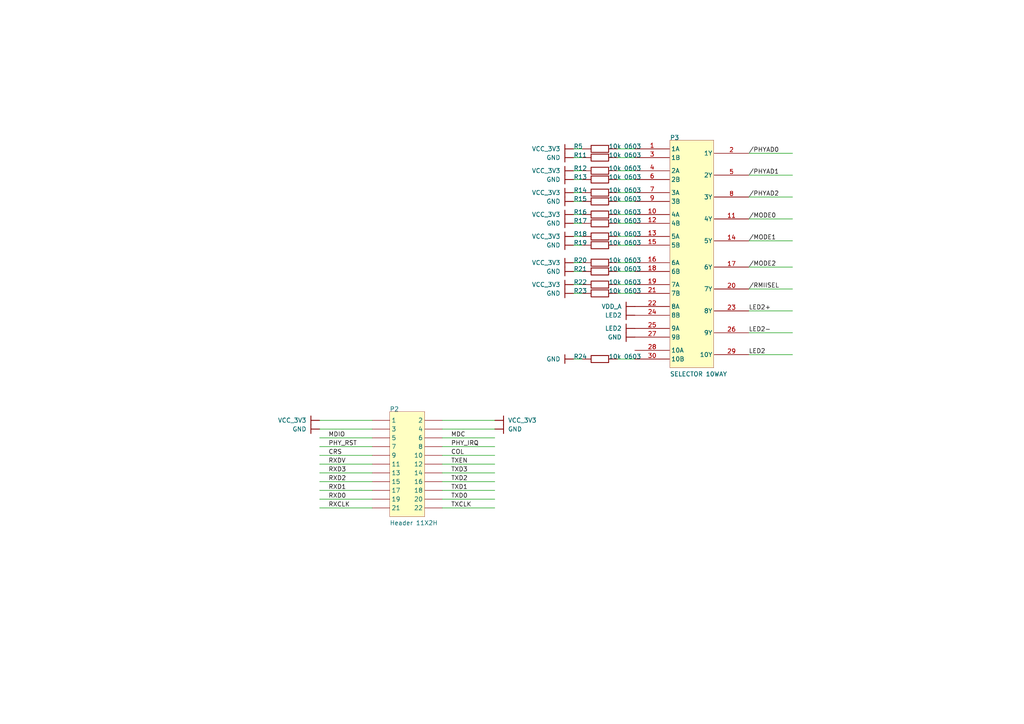
<source format=kicad_sch>
(kicad_sch (version 20231120) (generator "eeschema") (generator_version "8.0")
  (paper "A4")
  (lib_symbols
    (symbol "PHY_PCB-altium-import:GND_BAR" (power)
      (property "Reference" "#PWR" (at 0 0 0))
      (property "Value" "GND" (at 0 3.81 0))
      (symbol "GND_BAR_0_0"
        (polyline (pts (xy -1.27 -2.54) (xy 1.27 -2.54)) (stroke (width 0.254)))
        (polyline (pts (xy 0 0) (xy 0 -2.54)) (stroke (width 0.254)))
        (pin power_in line (at 0 0 0) (length 0) hide (name "GND") (number ""))
      )
    )
    (symbol "PHY_PCB-altium-import:LED2_BAR" (power)
      (property "Reference" "#PWR" (at 0 0 0))
      (property "Value" "LED2" (at 0 3.81 0))
      (symbol "LED2_BAR_0_0"
        (polyline (pts (xy -1.27 -2.54) (xy 1.27 -2.54)) (stroke (width 0.254)))
        (polyline (pts (xy 0 0) (xy 0 -2.54)) (stroke (width 0.254)))
        (pin power_in line (at 0 0 0) (length 0) hide (name "LED2") (number ""))
      )
    )
    (symbol "PHY_PCB-altium-import:VCC_3V3_BAR" (power)
      (property "Reference" "#PWR" (at 0 0 0))
      (property "Value" "VCC_3V3" (at 0 3.81 0))
      (symbol "VCC_3V3_BAR_0_0"
        (polyline (pts (xy -1.27 -2.54) (xy 1.27 -2.54)) (stroke (width 0.254)))
        (polyline (pts (xy 0 0) (xy 0 -2.54)) (stroke (width 0.254)))
        (pin power_in line (at 0 0 0) (length 0) hide (name "VCC_3V3") (number ""))
      )
    )
    (symbol "PHY_PCB-altium-import:VDD_A_BAR" (power)
      (property "Reference" "#PWR" (at 0 0 0))
      (property "Value" "VDD_A" (at 0 3.81 0))
      (symbol "VDD_A_BAR_0_0"
        (polyline (pts (xy -1.27 -2.54) (xy 1.27 -2.54)) (stroke (width 0.254)))
        (polyline (pts (xy 0 0) (xy 0 -2.54)) (stroke (width 0.254)))
        (pin power_in line (at 0 0 0) (length 0) hide (name "VDD_A") (number ""))
      )
    )
    (symbol "PHY_PCB-altium-import:root_0_Header 11X2H"
      (symbol "root_0_Header 11X2H_1_0"
        (rectangle (start 10.16 0) (end 0 -30.48) (stroke (width 0.0254) (color 128 0 0 1)) (fill (type background)))
        (pin passive line (at -5.08 -2.54 0) (length 5.08) (name "1") (number "1"))
        (pin passive line (at 15.24 -12.7 180) (length 5.08) (name "10") (number "10"))
        (pin passive line (at -5.08 -15.24 0) (length 5.08) (name "11") (number "11"))
        (pin passive line (at 15.24 -15.24 180) (length 5.08) (name "12") (number "12"))
        (pin passive line (at -5.08 -17.78 0) (length 5.08) (name "13") (number "13"))
        (pin passive line (at 15.24 -17.78 180) (length 5.08) (name "14") (number "14"))
        (pin passive line (at -5.08 -20.32 0) (length 5.08) (name "15") (number "15"))
        (pin passive line (at 15.24 -20.32 180) (length 5.08) (name "16") (number "16"))
        (pin passive line (at -5.08 -22.86 0) (length 5.08) (name "17") (number "17"))
        (pin passive line (at 15.24 -22.86 180) (length 5.08) (name "18") (number "18"))
        (pin passive line (at -5.08 -25.4 0) (length 5.08) (name "19") (number "19"))
        (pin passive line (at 15.24 -2.54 180) (length 5.08) (name "2") (number "2"))
        (pin passive line (at 15.24 -25.4 180) (length 5.08) (name "20") (number "20"))
        (pin passive line (at -5.08 -27.94 0) (length 5.08) (name "21") (number "21"))
        (pin passive line (at 15.24 -27.94 180) (length 5.08) (name "22") (number "22"))
        (pin passive line (at -5.08 -5.08 0) (length 5.08) (name "3") (number "3"))
        (pin passive line (at 15.24 -5.08 180) (length 5.08) (name "4") (number "4"))
        (pin passive line (at -5.08 -7.62 0) (length 5.08) (name "5") (number "5"))
        (pin passive line (at 15.24 -7.62 180) (length 5.08) (name "6") (number "6"))
        (pin passive line (at -5.08 -10.16 0) (length 5.08) (name "7") (number "7"))
        (pin passive line (at 15.24 -10.16 180) (length 5.08) (name "8") (number "8"))
        (pin passive line (at -5.08 -12.7 0) (length 5.08) (name "9") (number "9"))
      )
    )
    (symbol "PHY_PCB-altium-import:root_0_Res2"
      (symbol "root_0_Res2_1_0"
        (rectangle (start 5.08 -1.524) (end 0 -3.556) (stroke (width 0.254)))
        (pin passive line (at -2.54 -2.54 0) (length 2.54) (name "1") (number "1"))
        (pin passive line (at 7.62 -2.54 180) (length 2.54) (name "2") (number "2"))
      )
    )
    (symbol "PHY_PCB-altium-import:root_0_SELECTOR_10WAY"
      (symbol "root_0_SELECTOR_10WAY_1_0"
        (rectangle (start 6.35 33.02) (end -6.35 -33.02) (stroke (width 0.0254) (color 128 0 0 1)) (fill (type background)))
        (pin passive line (at -16.51 30.48 0) (length 10) (name "1A") (number "1"))
        (pin passive line (at -16.51 11.43 0) (length 10) (name "4A") (number "10"))
        (pin passive line (at 16.51 10.16 180) (length 10) (name "4Y") (number "11"))
        (pin passive line (at -16.51 8.89 0) (length 10) (name "4B") (number "12"))
        (pin passive line (at -16.51 5.08 0) (length 10) (name "5A") (number "13"))
        (pin passive line (at 16.51 3.81 180) (length 10) (name "5Y") (number "14"))
        (pin passive line (at -16.51 2.54 0) (length 10) (name "5B") (number "15"))
        (pin passive line (at -16.51 -2.54 0) (length 10) (name "6A") (number "16"))
        (pin passive line (at 16.51 -3.81 180) (length 10) (name "6Y") (number "17"))
        (pin passive line (at -16.51 -5.08 0) (length 10) (name "6B") (number "18"))
        (pin passive line (at -16.51 -8.89 0) (length 10) (name "7A") (number "19"))
        (pin passive line (at 16.51 29.21 180) (length 10) (name "1Y") (number "2"))
        (pin passive line (at 16.51 -10.16 180) (length 10) (name "7Y") (number "20"))
        (pin passive line (at -16.51 -11.43 0) (length 10) (name "7B") (number "21"))
        (pin passive line (at -16.51 -15.24 0) (length 10) (name "8A") (number "22"))
        (pin passive line (at 16.51 -16.51 180) (length 10) (name "8Y") (number "23"))
        (pin passive line (at -16.51 -17.78 0) (length 10) (name "8B") (number "24"))
        (pin passive line (at -16.51 -21.59 0) (length 10) (name "9A") (number "25"))
        (pin passive line (at 16.51 -22.86 180) (length 10) (name "9Y") (number "26"))
        (pin passive line (at -16.51 -24.13 0) (length 10) (name "9B") (number "27"))
        (pin passive line (at -16.51 -27.94 0) (length 10) (name "10A") (number "28"))
        (pin passive line (at 16.51 -29.21 180) (length 10) (name "10Y") (number "29"))
        (pin passive line (at -16.51 27.94 0) (length 10) (name "1B") (number "3"))
        (pin passive line (at -16.51 -30.48 0) (length 10) (name "10B") (number "30"))
        (pin passive line (at -16.51 24.13 0) (length 10) (name "2A") (number "4"))
        (pin passive line (at 16.51 22.86 180) (length 10) (name "2Y") (number "5"))
        (pin passive line (at -16.51 21.59 0) (length 10) (name "2B") (number "6"))
        (pin passive line (at -16.51 17.78 0) (length 10) (name "3A") (number "7"))
        (pin passive line (at 16.51 16.51 180) (length 10) (name "3Y") (number "8"))
        (pin passive line (at -16.51 15.24 0) (length 10) (name "3B") (number "9"))
      )
    )
  )
  (wire (pts (xy 166.37 55.88) (xy 168.91 55.88)))
  (wire (pts (xy 217.17 50.8) (xy 229.87 50.8)))
  (wire (pts (xy 166.37 85.09) (xy 168.91 85.09)))
  (wire (pts (xy 143.51 124.46) (xy 128.27 124.46)))
  (wire (pts (xy 179.07 55.88) (xy 184.15 55.88)))
  (wire (pts (xy 179.07 76.2) (xy 184.15 76.2)))
  (wire (pts (xy 179.07 78.74) (xy 184.15 78.74)))
  (wire (pts (xy 179.07 82.55) (xy 184.15 82.55)))
  (wire (pts (xy 143.51 132.08) (xy 128.27 132.08)))
  (wire (pts (xy 217.17 69.85) (xy 229.87 69.85)))
  (wire (pts (xy 143.51 137.16) (xy 128.27 137.16)))
  (wire (pts (xy 107.95 137.16) (xy 92.71 137.16)))
  (wire (pts (xy 179.07 62.23) (xy 184.15 62.23)))
  (wire (pts (xy 179.07 52.07) (xy 184.15 52.07)))
  (wire (pts (xy 143.51 129.54) (xy 128.27 129.54)))
  (wire (pts (xy 166.37 76.2) (xy 168.91 76.2)))
  (wire (pts (xy 107.95 134.62) (xy 92.71 134.62)))
  (wire (pts (xy 179.07 43.18) (xy 184.15 43.18)))
  (wire (pts (xy 166.37 71.12) (xy 168.91 71.12)))
  (wire (pts (xy 179.07 58.42) (xy 184.15 58.42)))
  (wire (pts (xy 166.37 62.23) (xy 168.91 62.23)))
  (wire (pts (xy 217.17 57.15) (xy 229.87 57.15)))
  (wire (pts (xy 217.17 83.82) (xy 229.87 83.82)))
  (wire (pts (xy 143.51 127) (xy 128.27 127)))
  (wire (pts (xy 143.51 142.24) (xy 128.27 142.24)))
  (wire (pts (xy 107.95 127) (xy 92.71 127)))
  (wire (pts (xy 166.37 82.55) (xy 168.91 82.55)))
  (wire (pts (xy 166.37 104.14) (xy 168.91 104.14)))
  (wire (pts (xy 92.71 121.92) (xy 107.95 121.92)))
  (wire (pts (xy 92.71 124.46) (xy 107.95 124.46)))
  (wire (pts (xy 107.95 139.7) (xy 92.71 139.7)))
  (wire (pts (xy 217.17 96.52) (xy 229.87 96.52)))
  (wire (pts (xy 217.17 90.17) (xy 229.87 90.17)))
  (wire (pts (xy 179.07 104.14) (xy 184.15 104.14)))
  (wire (pts (xy 179.07 68.58) (xy 184.15 68.58)))
  (wire (pts (xy 166.37 52.07) (xy 168.91 52.07)))
  (wire (pts (xy 107.95 129.54) (xy 92.71 129.54)))
  (wire (pts (xy 143.51 121.92) (xy 128.27 121.92)))
  (wire (pts (xy 179.07 64.77) (xy 184.15 64.77)))
  (wire (pts (xy 166.37 58.42) (xy 168.91 58.42)))
  (wire (pts (xy 179.07 85.09) (xy 184.15 85.09)))
  (wire (pts (xy 217.17 44.45) (xy 229.87 44.45)))
  (wire (pts (xy 217.17 77.47) (xy 229.87 77.47)))
  (wire (pts (xy 143.51 147.32) (xy 128.27 147.32)))
  (wire (pts (xy 166.37 43.18) (xy 168.91 43.18)))
  (wire (pts (xy 179.07 49.53) (xy 184.15 49.53)))
  (wire (pts (xy 107.95 142.24) (xy 92.71 142.24)))
  (wire (pts (xy 166.37 64.77) (xy 168.91 64.77)))
  (wire (pts (xy 143.51 139.7) (xy 128.27 139.7)))
  (wire (pts (xy 107.95 132.08) (xy 92.71 132.08)))
  (wire (pts (xy 166.37 49.53) (xy 168.91 49.53)))
  (wire (pts (xy 166.37 68.58) (xy 168.91 68.58)))
  (wire (pts (xy 179.07 71.12) (xy 184.15 71.12)))
  (wire (pts (xy 179.07 45.72) (xy 184.15 45.72)))
  (wire (pts (xy 143.51 134.62) (xy 128.27 134.62)))
  (wire (pts (xy 166.37 45.72) (xy 168.91 45.72)))
  (wire (pts (xy 107.95 144.78) (xy 92.71 144.78)))
  (wire (pts (xy 217.17 102.87) (xy 229.87 102.87)))
  (wire (pts (xy 166.37 78.74) (xy 168.91 78.74)))
  (wire (pts (xy 107.95 147.32) (xy 92.71 147.32)))
  (wire (pts (xy 143.51 144.78) (xy 128.27 144.78)))
  (wire (pts (xy 217.17 63.5) (xy 229.87 63.5)))
  (label "/MODE1" (at 217.17 69.85 0))
  (label "RXD2" (at 95.25 139.7 0))
  (label "RXD1" (at 95.25 142.24 0))
  (label "/MODE0" (at 217.17 63.5 0))
  (label "MDIO" (at 95.25 127 0))
  (label "TXEN" (at 130.81 134.62 0))
  (label "/RMIISEL" (at 217.17 83.82 0))
  (label "TXD2" (at 130.81 139.7 0))
  (label "RXDV" (at 95.25 134.62 0))
  (label "RXCLK" (at 95.25 147.32 0))
  (label "RXD3" (at 95.25 137.16 0))
  (label "RXD0" (at 95.25 144.78 0))
  (label "LED2-" (at 217.17 96.52 0))
  (label "/PHYAD0" (at 217.17 44.45 0))
  (label "MDC" (at 130.81 127 0))
  (label "LED2" (at 217.17 102.87 0))
  (label "PHY_RST" (at 95.25 129.54 0))
  (label "TXCLK" (at 130.81 147.32 0))
  (label "TXD3" (at 130.81 137.16 0))
  (label "COL" (at 130.81 132.08 0))
  (label "CRS" (at 95.25 132.08 0))
  (label "/PHYAD2" (at 217.17 57.15 0))
  (label "TXD1" (at 130.81 142.24 0))
  (label "/MODE2" (at 217.17 77.47 0))
  (label "LED2+" (at 217.17 90.17 0))
  (label "/PHYAD1" (at 217.17 50.8 0))
  (label "PHY_IRQ" (at 130.81 129.54 0))
  (label "TXD0" (at 130.81 144.78 0))
  (symbol (lib_id "PHY_PCB-altium-import:root_0_Res2") (at 171.45 46.99 0) (unit 1)
    (property "Reference" "R12" (at 166.37 49.53 0) (effects (justify left bottom)))
    (property "Value" "10k 0603" (at 176.53 49.53 0) (effects (justify left bottom)))
    (property "Footprint" "0603" (effects (hide yes)))
    (property "Description" "Resistor" (effects (hide yes)))
    (property "PUBLISHED" "8-Jun-2000" (effects (hide yes)))
    (property "LATESTREVISIONDATE" "17-Jul-2002" (effects (hide yes)))
    (property "LATESTREVISIONNOTE" "Re-released for DXP Platform." (effects (hide yes)))
    (property "PACKAGEREFERENCE" "AXIAL-0.4" (effects (hide yes)))
    (property "PUBLISHER" "Altium Limited" (effects (hide yes)))
    (property "ALTIUM_VALUE" "10k" (effects (hide yes)))
    (property "MANUFACTURER" "Resistor 330R 0603" (effects (hide yes)))
    (property "FARNELL" "2130815" (effects (hide yes)))
  )
  (symbol (lib_id "PHY_PCB-altium-import:GND_BAR") (at 166.37 104.14 270) (unit 1)
    (property "Reference" "#PWR019" (effects (hide yes)))
    (property "Value" "GND" (at 162.56 104.14 90) (effects (justify right)))
  )
  (symbol (lib_id "PHY_PCB-altium-import:VCC_3V3_BAR") (at 166.37 82.55 270) (unit 1)
    (property "Reference" "#PWR017" (effects (hide yes)))
    (property "Value" "VCC_3V3" (at 162.56 82.55 90) (effects (justify right)))
  )
  (symbol (lib_id "PHY_PCB-altium-import:VCC_3V3_BAR") (at 166.37 43.18 270) (unit 1)
    (property "Reference" "#PWR05" (effects (hide yes)))
    (property "Value" "VCC_3V3" (at 162.56 43.18 90) (effects (justify right)))
  )
  (symbol (lib_id "PHY_PCB-altium-import:root_0_Res2") (at 171.45 101.6 0) (unit 1)
    (property "Reference" "R24" (at 166.37 104.14 0) (effects (justify left bottom)))
    (property "Value" "10k 0603" (at 176.53 104.14 0) (effects (justify left bottom)))
    (property "Footprint" "0603" (effects (hide yes)))
    (property "Description" "Resistor" (effects (hide yes)))
    (property "PUBLISHED" "8-Jun-2000" (effects (hide yes)))
    (property "LATESTREVISIONDATE" "17-Jul-2002" (effects (hide yes)))
    (property "LATESTREVISIONNOTE" "Re-released for DXP Platform." (effects (hide yes)))
    (property "PACKAGEREFERENCE" "AXIAL-0.4" (effects (hide yes)))
    (property "PUBLISHER" "Altium Limited" (effects (hide yes)))
    (property "ALTIUM_VALUE" "10k" (effects (hide yes)))
    (property "MANUFACTURER" "Resistor 330R 0603" (effects (hide yes)))
    (property "FARNELL" "2130815" (effects (hide yes)))
  )
  (symbol (lib_id "PHY_PCB-altium-import:GND_BAR") (at 166.37 85.09 270) (unit 1)
    (property "Reference" "#PWR018" (effects (hide yes)))
    (property "Value" "GND" (at 162.56 85.09 90) (effects (justify right)))
  )
  (symbol (lib_id "PHY_PCB-altium-import:VCC_3V3_BAR") (at 143.51 121.92 90) (unit 1)
    (property "Reference" "#PWR03" (effects (hide yes)))
    (property "Value" "VCC_3V3" (at 147.32 121.92 90) (effects (justify right)))
  )
  (symbol (lib_id "PHY_PCB-altium-import:GND_BAR") (at 166.37 78.74 270) (unit 1)
    (property "Reference" "#PWR016" (effects (hide yes)))
    (property "Value" "GND" (at 162.56 78.74 90) (effects (justify right)))
  )
  (symbol (lib_id "PHY_PCB-altium-import:root_0_Res2") (at 171.45 59.69 0) (unit 1)
    (property "Reference" "R16" (at 166.37 62.23 0) (effects (justify left bottom)))
    (property "Value" "10k 0603" (at 176.53 62.23 0) (effects (justify left bottom)))
    (property "Footprint" "0603" (effects (hide yes)))
    (property "Description" "Resistor" (effects (hide yes)))
    (property "PUBLISHED" "8-Jun-2000" (effects (hide yes)))
    (property "LATESTREVISIONDATE" "17-Jul-2002" (effects (hide yes)))
    (property "LATESTREVISIONNOTE" "Re-released for DXP Platform." (effects (hide yes)))
    (property "PACKAGEREFERENCE" "AXIAL-0.4" (effects (hide yes)))
    (property "PUBLISHER" "Altium Limited" (effects (hide yes)))
    (property "ALTIUM_VALUE" "10k" (effects (hide yes)))
    (property "MANUFACTURER" "Resistor 330R 0603" (effects (hide yes)))
    (property "FARNELL" "2130815" (effects (hide yes)))
  )
  (symbol (lib_id "PHY_PCB-altium-import:GND_BAR") (at 166.37 45.72 270) (unit 1)
    (property "Reference" "#PWR06" (effects (hide yes)))
    (property "Value" "GND" (at 162.56 45.72 90) (effects (justify right)))
  )
  (symbol (lib_id "PHY_PCB-altium-import:VCC_3V3_BAR") (at 166.37 49.53 270) (unit 1)
    (property "Reference" "#PWR07" (effects (hide yes)))
    (property "Value" "VCC_3V3" (at 162.56 49.53 90) (effects (justify right)))
  )
  (symbol (lib_id "PHY_PCB-altium-import:GND_BAR") (at 166.37 58.42 270) (unit 1)
    (property "Reference" "#PWR010" (effects (hide yes)))
    (property "Value" "GND" (at 162.56 58.42 90) (effects (justify right)))
  )
  (symbol (lib_id "PHY_PCB-altium-import:VCC_3V3_BAR") (at 166.37 55.88 270) (unit 1)
    (property "Reference" "#PWR09" (effects (hide yes)))
    (property "Value" "VCC_3V3" (at 162.56 55.88 90) (effects (justify right)))
  )
  (symbol (lib_id "PHY_PCB-altium-import:LED2_BAR") (at 184.15 95.25 270) (unit 1)
    (property "Reference" "#PWR022" (effects (hide yes)))
    (property "Value" "LED2" (at 180.34 95.25 90) (effects (justify right)))
  )
  (symbol (lib_id "PHY_PCB-altium-import:root_0_Res2") (at 171.45 80.01 0) (unit 1)
    (property "Reference" "R22" (at 166.37 82.55 0) (effects (justify left bottom)))
    (property "Value" "10k 0603" (at 176.53 82.55 0) (effects (justify left bottom)))
    (property "Footprint" "0603" (effects (hide yes)))
    (property "Description" "Resistor" (effects (hide yes)))
    (property "PUBLISHED" "8-Jun-2000" (effects (hide yes)))
    (property "LATESTREVISIONDATE" "17-Jul-2002" (effects (hide yes)))
    (property "LATESTREVISIONNOTE" "Re-released for DXP Platform." (effects (hide yes)))
    (property "PACKAGEREFERENCE" "AXIAL-0.4" (effects (hide yes)))
    (property "PUBLISHER" "Altium Limited" (effects (hide yes)))
    (property "ALTIUM_VALUE" "10k" (effects (hide yes)))
    (property "MANUFACTURER" "Resistor 330R 0603" (effects (hide yes)))
    (property "FARNELL" "2130815" (effects (hide yes)))
  )
  (symbol (lib_id "PHY_PCB-altium-import:VCC_3V3_BAR") (at 166.37 76.2 270) (unit 1)
    (property "Reference" "#PWR015" (effects (hide yes)))
    (property "Value" "VCC_3V3" (at 162.56 76.2 90) (effects (justify right)))
  )
  (symbol (lib_id "PHY_PCB-altium-import:VCC_3V3_BAR") (at 166.37 68.58 270) (unit 1)
    (property "Reference" "#PWR013" (effects (hide yes)))
    (property "Value" "VCC_3V3" (at 162.56 68.58 90) (effects (justify right)))
  )
  (symbol (lib_id "PHY_PCB-altium-import:root_0_Res2") (at 171.45 62.23 0) (unit 1)
    (property "Reference" "R17" (at 166.37 64.77 0) (effects (justify left bottom)))
    (property "Value" "10k 0603" (at 176.53 64.77 0) (effects (justify left bottom)))
    (property "Footprint" "0603" (effects (hide yes)))
    (property "Description" "Resistor" (effects (hide yes)))
    (property "PUBLISHED" "8-Jun-2000" (effects (hide yes)))
    (property "LATESTREVISIONDATE" "17-Jul-2002" (effects (hide yes)))
    (property "LATESTREVISIONNOTE" "Re-released for DXP Platform." (effects (hide yes)))
    (property "PACKAGEREFERENCE" "AXIAL-0.4" (effects (hide yes)))
    (property "PUBLISHER" "Altium Limited" (effects (hide yes)))
    (property "ALTIUM_VALUE" "10k" (effects (hide yes)))
    (property "MANUFACTURER" "Resistor 330R 0603" (effects (hide yes)))
    (property "FARNELL" "2130815" (effects (hide yes)))
  )
  (symbol (lib_id "PHY_PCB-altium-import:root_0_Res2") (at 171.45 73.66 0) (unit 1)
    (property "Reference" "R20" (at 166.37 76.2 0) (effects (justify left bottom)))
    (property "Value" "10k 0603" (at 176.53 76.2 0) (effects (justify left bottom)))
    (property "Footprint" "0603" (effects (hide yes)))
    (property "Description" "Resistor" (effects (hide yes)))
    (property "PUBLISHED" "8-Jun-2000" (effects (hide yes)))
    (property "LATESTREVISIONDATE" "17-Jul-2002" (effects (hide yes)))
    (property "LATESTREVISIONNOTE" "Re-released for DXP Platform." (effects (hide yes)))
    (property "PACKAGEREFERENCE" "AXIAL-0.4" (effects (hide yes)))
    (property "PUBLISHER" "Altium Limited" (effects (hide yes)))
    (property "ALTIUM_VALUE" "10k" (effects (hide yes)))
    (property "MANUFACTURER" "Resistor 330R 0603" (effects (hide yes)))
    (property "FARNELL" "2130815" (effects (hide yes)))
  )
  (symbol (lib_id "PHY_PCB-altium-import:root_0_Res2") (at 171.45 53.34 0) (unit 1)
    (property "Reference" "R14" (at 166.37 55.88 0) (effects (justify left bottom)))
    (property "Value" "10k 0603" (at 176.53 55.88 0) (effects (justify left bottom)))
    (property "Footprint" "0603" (effects (hide yes)))
    (property "Description" "Resistor" (effects (hide yes)))
    (property "PUBLISHED" "8-Jun-2000" (effects (hide yes)))
    (property "LATESTREVISIONDATE" "17-Jul-2002" (effects (hide yes)))
    (property "LATESTREVISIONNOTE" "Re-released for DXP Platform." (effects (hide yes)))
    (property "PACKAGEREFERENCE" "AXIAL-0.4" (effects (hide yes)))
    (property "PUBLISHER" "Altium Limited" (effects (hide yes)))
    (property "ALTIUM_VALUE" "10k" (effects (hide yes)))
    (property "MANUFACTURER" "Resistor 330R 0603" (effects (hide yes)))
    (property "FARNELL" "2130815" (effects (hide yes)))
  )
  (symbol (lib_id "PHY_PCB-altium-import:GND_BAR") (at 166.37 71.12 270) (unit 1)
    (property "Reference" "#PWR014" (effects (hide yes)))
    (property "Value" "GND" (at 162.56 71.12 90) (effects (justify right)))
  )
  (symbol (lib_id "PHY_PCB-altium-import:root_0_Res2") (at 171.45 55.88 0) (unit 1)
    (property "Reference" "R15" (at 166.37 58.42 0) (effects (justify left bottom)))
    (property "Value" "10k 0603" (at 176.53 58.42 0) (effects (justify left bottom)))
    (property "Footprint" "0603" (effects (hide yes)))
    (property "Description" "Resistor" (effects (hide yes)))
    (property "PUBLISHED" "8-Jun-2000" (effects (hide yes)))
    (property "LATESTREVISIONDATE" "17-Jul-2002" (effects (hide yes)))
    (property "LATESTREVISIONNOTE" "Re-released for DXP Platform." (effects (hide yes)))
    (property "PACKAGEREFERENCE" "AXIAL-0.4" (effects (hide yes)))
    (property "PUBLISHER" "Altium Limited" (effects (hide yes)))
    (property "ALTIUM_VALUE" "10k" (effects (hide yes)))
    (property "MANUFACTURER" "Resistor 330R 0603" (effects (hide yes)))
    (property "FARNELL" "2130815" (effects (hide yes)))
  )
  (symbol (lib_id "PHY_PCB-altium-import:VCC_3V3_BAR") (at 166.37 62.23 270) (unit 1)
    (property "Reference" "#PWR011" (effects (hide yes)))
    (property "Value" "VCC_3V3" (at 162.56 62.23 90) (effects (justify right)))
  )
  (symbol (lib_id "PHY_PCB-altium-import:GND_BAR") (at 166.37 52.07 270) (unit 1)
    (property "Reference" "#PWR08" (effects (hide yes)))
    (property "Value" "GND" (at 162.56 52.07 90) (effects (justify right)))
  )
  (symbol (lib_id "PHY_PCB-altium-import:root_0_Res2") (at 171.45 82.55 0) (unit 1)
    (property "Reference" "R23" (at 166.37 85.09 0) (effects (justify left bottom)))
    (property "Value" "10k 0603" (at 176.53 85.09 0) (effects (justify left bottom)))
    (property "Footprint" "0603" (effects (hide yes)))
    (property "Description" "Resistor" (effects (hide yes)))
    (property "PUBLISHED" "8-Jun-2000" (effects (hide yes)))
    (property "LATESTREVISIONDATE" "17-Jul-2002" (effects (hide yes)))
    (property "LATESTREVISIONNOTE" "Re-released for DXP Platform." (effects (hide yes)))
    (property "PACKAGEREFERENCE" "AXIAL-0.4" (effects (hide yes)))
    (property "PUBLISHER" "Altium Limited" (effects (hide yes)))
    (property "ALTIUM_VALUE" "10k" (effects (hide yes)))
    (property "MANUFACTURER" "Resistor 330R 0603" (effects (hide yes)))
    (property "FARNELL" "2130815" (effects (hide yes)))
  )
  (symbol (lib_id "PHY_PCB-altium-import:root_0_Res2") (at 171.45 40.64 0) (unit 1)
    (property "Reference" "R5" (at 166.37 43.18 0) (effects (justify left bottom)))
    (property "Value" "10k 0603" (at 176.53 43.18 0) (effects (justify left bottom)))
    (property "Footprint" "0603" (effects (hide yes)))
    (property "Description" "Resistor" (effects (hide yes)))
    (property "PUBLISHED" "8-Jun-2000" (effects (hide yes)))
    (property "LATESTREVISIONDATE" "17-Jul-2002" (effects (hide yes)))
    (property "LATESTREVISIONNOTE" "Re-released for DXP Platform." (effects (hide yes)))
    (property "PACKAGEREFERENCE" "AXIAL-0.4" (effects (hide yes)))
    (property "PUBLISHER" "Altium Limited" (effects (hide yes)))
    (property "ALTIUM_VALUE" "10k" (effects (hide yes)))
    (property "MANUFACTURER" "Resistor 330R 0603" (effects (hide yes)))
    (property "FARNELL" "2130815" (effects (hide yes)))
  )
  (symbol (lib_id "PHY_PCB-altium-import:root_0_Res2") (at 171.45 76.2 0) (unit 1)
    (property "Reference" "R21" (at 166.37 78.74 0) (effects (justify left bottom)))
    (property "Value" "10k 0603" (at 176.53 78.74 0) (effects (justify left bottom)))
    (property "Footprint" "0603" (effects (hide yes)))
    (property "Description" "Resistor" (effects (hide yes)))
    (property "PUBLISHED" "8-Jun-2000" (effects (hide yes)))
    (property "LATESTREVISIONDATE" "17-Jul-2002" (effects (hide yes)))
    (property "LATESTREVISIONNOTE" "Re-released for DXP Platform." (effects (hide yes)))
    (property "PACKAGEREFERENCE" "AXIAL-0.4" (effects (hide yes)))
    (property "PUBLISHER" "Altium Limited" (effects (hide yes)))
    (property "ALTIUM_VALUE" "10k" (effects (hide yes)))
    (property "MANUFACTURER" "Resistor 330R 0603" (effects (hide yes)))
    (property "FARNELL" "2130815" (effects (hide yes)))
  )
  (symbol (lib_id "PHY_PCB-altium-import:root_0_SELECTOR_10WAY") (at 200.66 73.66 0) (unit 1)
    (property "Reference" "P3" (at 194.31 40.64 0) (effects (justify left bottom)))
    (property "Value" "SELECTOR 10WAY" (at 194.31 109.22 0) (effects (justify left bottom)))
    (property "Footprint" "SELECTOR_10WAY" (effects (hide yes)))
  )
  (symbol (lib_id "PHY_PCB-altium-import:GND_BAR") (at 143.51 124.46 90) (unit 1)
    (property "Reference" "#PWR04" (effects (hide yes)))
    (property "Value" "GND" (at 147.32 124.46 90) (effects (justify right)))
  )
  (symbol (lib_id "PHY_PCB-altium-import:GND_BAR") (at 92.71 124.46 270) (unit 1)
    (property "Reference" "#PWR02" (effects (hide yes)))
    (property "Value" "GND" (at 88.9 124.46 90) (effects (justify right)))
  )
  (symbol (lib_id "PHY_PCB-altium-import:root_0_Res2") (at 171.45 43.18 0) (unit 1)
    (property "Reference" "R11" (at 166.37 45.72 0) (effects (justify left bottom)))
    (property "Value" "10k 0603" (at 176.53 45.72 0) (effects (justify left bottom)))
    (property "Footprint" "0603" (effects (hide yes)))
    (property "Description" "Resistor" (effects (hide yes)))
    (property "PUBLISHED" "8-Jun-2000" (effects (hide yes)))
    (property "LATESTREVISIONDATE" "17-Jul-2002" (effects (hide yes)))
    (property "LATESTREVISIONNOTE" "Re-released for DXP Platform." (effects (hide yes)))
    (property "PACKAGEREFERENCE" "AXIAL-0.4" (effects (hide yes)))
    (property "PUBLISHER" "Altium Limited" (effects (hide yes)))
    (property "ALTIUM_VALUE" "10k" (effects (hide yes)))
    (property "MANUFACTURER" "Resistor 330R 0603" (effects (hide yes)))
    (property "FARNELL" "2130815" (effects (hide yes)))
  )
  (symbol (lib_id "PHY_PCB-altium-import:VDD_A_BAR") (at 184.15 88.9 270) (unit 1)
    (property "Reference" "#PWR020" (effects (hide yes)))
    (property "Value" "VDD_A" (at 180.34 88.9 90) (effects (justify right)))
  )
  (symbol (lib_id "PHY_PCB-altium-import:GND_BAR") (at 184.15 97.79 270) (unit 1)
    (property "Reference" "#PWR023" (effects (hide yes)))
    (property "Value" "GND" (at 180.34 97.79 90) (effects (justify right)))
  )
  (symbol (lib_id "PHY_PCB-altium-import:root_0_Res2") (at 171.45 68.58 0) (unit 1)
    (property "Reference" "R19" (at 166.37 71.12 0) (effects (justify left bottom)))
    (property "Value" "10k 0603" (at 176.53 71.12 0) (effects (justify left bottom)))
    (property "Footprint" "0603" (effects (hide yes)))
    (property "Description" "Resistor" (effects (hide yes)))
    (property "PUBLISHED" "8-Jun-2000" (effects (hide yes)))
    (property "LATESTREVISIONDATE" "17-Jul-2002" (effects (hide yes)))
    (property "LATESTREVISIONNOTE" "Re-released for DXP Platform." (effects (hide yes)))
    (property "PACKAGEREFERENCE" "AXIAL-0.4" (effects (hide yes)))
    (property "PUBLISHER" "Altium Limited" (effects (hide yes)))
    (property "ALTIUM_VALUE" "10k" (effects (hide yes)))
    (property "MANUFACTURER" "Resistor 330R 0603" (effects (hide yes)))
    (property "FARNELL" "2130815" (effects (hide yes)))
  )
  (symbol (lib_id "PHY_PCB-altium-import:LED2_BAR") (at 184.15 91.44 270) (unit 1)
    (property "Reference" "#PWR021" (effects (hide yes)))
    (property "Value" "LED2" (at 180.34 91.44 90) (effects (justify right)))
  )
  (symbol (lib_id "PHY_PCB-altium-import:VCC_3V3_BAR") (at 92.71 121.92 270) (unit 1)
    (property "Reference" "#PWR01" (effects (hide yes)))
    (property "Value" "VCC_3V3" (at 88.9 121.92 90) (effects (justify right)))
  )
  (symbol (lib_id "PHY_PCB-altium-import:GND_BAR") (at 166.37 64.77 270) (unit 1)
    (property "Reference" "#PWR012" (effects (hide yes)))
    (property "Value" "GND" (at 162.56 64.77 90) (effects (justify right)))
  )
  (symbol (lib_id "PHY_PCB-altium-import:root_0_Res2") (at 171.45 66.04 0) (unit 1)
    (property "Reference" "R18" (at 166.37 68.58 0) (effects (justify left bottom)))
    (property "Value" "10k 0603" (at 176.53 68.58 0) (effects (justify left bottom)))
    (property "Footprint" "0603" (effects (hide yes)))
    (property "Description" "Resistor" (effects (hide yes)))
    (property "PUBLISHED" "8-Jun-2000" (effects (hide yes)))
    (property "LATESTREVISIONDATE" "17-Jul-2002" (effects (hide yes)))
    (property "LATESTREVISIONNOTE" "Re-released for DXP Platform." (effects (hide yes)))
    (property "PACKAGEREFERENCE" "AXIAL-0.4" (effects (hide yes)))
    (property "PUBLISHER" "Altium Limited" (effects (hide yes)))
    (property "ALTIUM_VALUE" "10k" (effects (hide yes)))
    (property "MANUFACTURER" "Resistor 330R 0603" (effects (hide yes)))
    (property "FARNELL" "2130815" (effects (hide yes)))
  )
  (symbol (lib_id "PHY_PCB-altium-import:root_0_Header 11X2H") (at 113.03 119.38 0) (unit 1)
    (property "Reference" "P2" (at 113.03 119.38 0) (effects (justify left bottom)))
    (property "Value" "Header 11X2H" (at 113.03 152.4 0) (effects (justify left bottom)))
    (property "Footprint" "HDR2X11H" (effects (hide yes)))
    (property "Description" "Header, 11-Pin, Dual row, Right Angle" (effects (hide yes)))
    (property "LATESTREVISIONDATE" "17-Jul-2002" (effects (hide yes)))
    (property "LATESTREVISIONNOTE" "Re-released for DXP Platform." (effects (hide yes)))
    (property "PUBLISHER" "Altium Limited" (effects (hide yes)))
  )
  (symbol (lib_id "PHY_PCB-altium-import:root_0_Res2") (at 171.45 49.53 0) (unit 1)
    (property "Reference" "R13" (at 166.37 52.07 0) (effects (justify left bottom)))
    (property "Value" "10k 0603" (at 176.53 52.07 0) (effects (justify left bottom)))
    (property "Footprint" "0603" (effects (hide yes)))
    (property "Description" "Resistor" (effects (hide yes)))
    (property "PUBLISHED" "8-Jun-2000" (effects (hide yes)))
    (property "LATESTREVISIONDATE" "17-Jul-2002" (effects (hide yes)))
    (property "LATESTREVISIONNOTE" "Re-released for DXP Platform." (effects (hide yes)))
    (property "PACKAGEREFERENCE" "AXIAL-0.4" (effects (hide yes)))
    (property "PUBLISHER" "Altium Limited" (effects (hide yes)))
    (property "ALTIUM_VALUE" "10k" (effects (hide yes)))
    (property "MANUFACTURER" "Resistor 330R 0603" (effects (hide yes)))
    (property "FARNELL" "2130815" (effects (hide yes)))
  )
)
</source>
